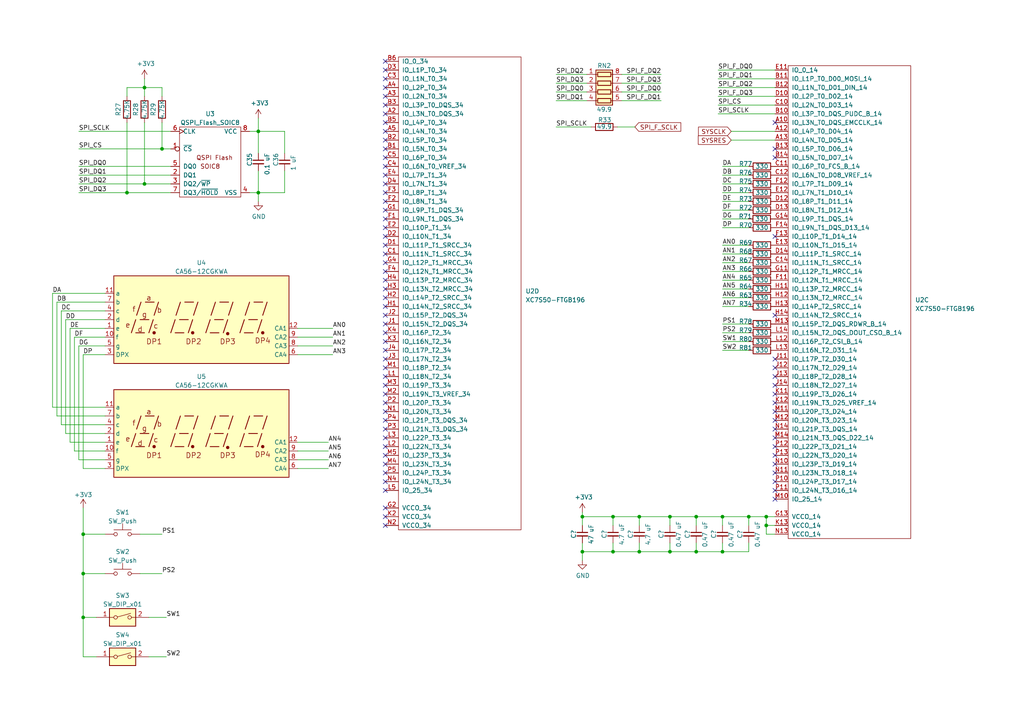
<source format=kicad_sch>
(kicad_sch (version 20230121) (generator eeschema)
  (paper "A4")
  (lib_symbols
    (symbol "Device:C_Small" (pin_numbers hide) (pin_names (offset 0.254) hide)
      (property "Reference" "C" (at 0.254 1.778 0))
      (property "Value" "C_Small" (at 0.254 -2.032 0))
      (symbol "C_Small_1_1"
        (pin passive line (at 0 2.54 270) (length 2.032) (name "~") (number "1"))
        (pin passive line (at 0 -2.54 90) (length 2.032) (name "~") (number "2"))
      )
    )
    (symbol "Device:R" (pin_numbers hide) (pin_names (offset 0))
      (property "Reference" "R" (at 2.032 0 90))
      (property "Value" "R" (at 0 0 90))
      (symbol "R_1_1"
        (pin passive line (at 0 3.81 270) (length 1.27) (name "~") (number "1"))
        (pin passive line (at 0 -3.81 90) (length 1.27) (name "~") (number "2"))
      )
    )
    (symbol "Device:R_Pack04" (pin_names (offset 0) hide)
      (property "Reference" "RN" (at -7.62 0 90))
      (property "Value" "R_Pack04" (at 5.08 0 90))
      (symbol "R_Pack04_1_1"
        (pin passive line (at -5.08 -5.08 90) (length 2.54) (name "R1.1") (number "1"))
        (pin passive line (at -2.54 -5.08 90) (length 2.54) (name "R2.1") (number "2"))
        (pin passive line (at 0 -5.08 90) (length 2.54) (name "R3.1") (number "3"))
        (pin passive line (at 2.54 -5.08 90) (length 2.54) (name "R4.1") (number "4"))
        (pin passive line (at 2.54 5.08 270) (length 2.54) (name "R4.2") (number "5"))
        (pin passive line (at 0 5.08 270) (length 2.54) (name "R3.2") (number "6"))
        (pin passive line (at -2.54 5.08 270) (length 2.54) (name "R2.2") (number "7"))
        (pin passive line (at -5.08 5.08 270) (length 2.54) (name "R1.2") (number "8"))
      )
    )
    (symbol "Display_Character:CA56-12CGKWA"
      (property "Reference" "U" (at -24.13 13.97 0))
      (property "Value" "CA56-12CGKWA" (at 17.78 13.97 0))
      (symbol "CA56-12CGKWA_0_0"
        (text "a" (at -15.24 6.35 0) (effects (font (size 1.524 1.524))))
        (text "b" (at -12.192 2.794 0) (effects (font (size 1.524 1.524))))
        (text "c" (at -13.208 -1.778 0) (effects (font (size 1.524 1.524))))
        (text "d" (at -17.78 -2.794 0) (effects (font (size 1.524 1.524))))
        (text "DP1" (at -13.716 -6.35 0) (effects (font (size 1.524 1.524))))
        (text "DP2" (at -2.286 -6.35 0) (effects (font (size 1.524 1.524))))
        (text "DP3" (at 7.62 -6.35 0) (effects (font (size 1.524 1.524))))
        (text "DP4" (at 17.78 -6.096 0) (effects (font (size 1.524 1.524))))
        (text "e" (at -21.336 -1.524 0) (effects (font (size 1.524 1.524))))
        (text "f" (at -19.558 3.048 0) (effects (font (size 1.524 1.524))))
        (text "g" (at -16.51 1.524 0) (effects (font (size 1.524 1.524))))
      )
      (symbol "CA56-12CGKWA_1_1"
        (pin input line (at -27.94 -2.54 0) (length 2.54) (name "e") (number "1"))
        (pin input line (at -27.94 -5.08 0) (length 2.54) (name "f") (number "10"))
        (pin input line (at -27.94 7.62 0) (length 2.54) (name "a") (number "11"))
        (pin input line (at 27.94 -2.54 180) (length 2.54) (name "CA1") (number "12"))
        (pin input line (at -27.94 0 0) (length 2.54) (name "d") (number "2"))
        (pin input line (at -27.94 -10.16 0) (length 2.54) (name "DPX") (number "3"))
        (pin input line (at -27.94 2.54 0) (length 2.54) (name "c") (number "4"))
        (pin input line (at -27.94 -7.62 0) (length 2.54) (name "g") (number "5"))
        (pin input line (at 27.94 -10.16 180) (length 2.54) (name "CA4") (number "6"))
        (pin input line (at -27.94 5.08 0) (length 2.54) (name "b") (number "7"))
        (pin input line (at 27.94 -7.62 180) (length 2.54) (name "CA3") (number "8"))
        (pin input line (at 27.94 -5.08 180) (length 2.54) (name "CA2") (number "9"))
      )
    )
    (symbol "Prof:QSPI_Flash_SOIC8" (pin_names (offset 1.016))
      (property "Reference" "U" (at 0 11.43 0))
      (property "Value" "QSPI_Flash_SOIC8" (at 0 -11.43 0))
      (symbol "QSPI_Flash_SOIC8_0_0"
        (text "QSPI Flash" (at 1.27 1.27 0) (effects (font (size 1.27 1.27))))
        (text "SOIC8" (at 0 -1.27 0) (effects (font (size 1.27 1.27))))
      )
      (symbol "QSPI_Flash_SOIC8_1_1"
        (pin input inverted (at -11.43 3.81 0) (length 2.54) (name "~{CS}") (number "1"))
        (pin bidirectional line (at -11.43 -3.81 0) (length 2.54) (name "DQ1") (number "2"))
        (pin bidirectional line (at -11.43 -6.35 0) (length 2.54) (name "DQ2/~{WP}") (number "3"))
        (pin power_in line (at 11.43 -8.89 180) (length 2.54) (name "VSS") (number "4"))
        (pin bidirectional line (at -11.43 -1.27 0) (length 2.54) (name "DQ0") (number "5"))
        (pin input clock (at -11.43 8.89 0) (length 2.54) (name "CLK") (number "6"))
        (pin bidirectional line (at -11.43 -8.89 0) (length 2.54) (name "DQ3/~{HOLD}") (number "7"))
        (pin power_in line (at 11.43 8.89 180) (length 2.54) (name "VCC") (number "8"))
      )
    )
    (symbol "Prof:XC7S50-FTGB196" (pin_names (offset 1.016))
      (property "Reference" "U" (at -1.27 69.85 0))
      (property "Value" "XC7S50-FTGB196" (at 0 -69.85 0))
      (symbol "XC7S50-FTGB196_1_1"
        (pin power_in line (at -11.43 30.48 0) (length 3.81) (name "GND") (number "A1"))
        (pin power_in line (at -11.43 22.86 0) (length 3.81) (name "GND") (number "A11"))
        (pin power_in line (at -11.43 20.32 0) (length 3.81) (name "GND") (number "A14"))
        (pin power_in line (at -11.43 27.94 0) (length 3.81) (name "GND") (number "A6"))
        (pin power_in line (at -11.43 25.4 0) (length 3.81) (name "GND") (number "A9"))
        (pin power_in line (at -11.43 17.78 0) (length 3.81) (name "GND") (number "B4"))
        (pin power_in line (at -11.43 15.24 0) (length 3.81) (name "GND") (number "B7"))
        (pin power_in line (at -11.43 12.7 0) (length 3.81) (name "GND") (number "B9"))
        (pin power_in line (at -11.43 -2.54 0) (length 3.81) (name "GND") (number "C13"))
        (pin power_in line (at -11.43 10.16 0) (length 3.81) (name "GND") (number "C2"))
        (pin power_in line (at -11.43 7.62 0) (length 3.81) (name "GND") (number "C6"))
        (pin power_in line (at -11.43 5.08 0) (length 3.81) (name "GND") (number "C7"))
        (pin power_in line (at -11.43 2.54 0) (length 3.81) (name "GND") (number "C8"))
        (pin power_in line (at -11.43 0 0) (length 3.81) (name "GND") (number "C9"))
        (pin power_in line (at -11.43 -12.7 0) (length 3.81) (name "GND") (number "D11"))
        (pin power_in line (at -11.43 -5.08 0) (length 3.81) (name "GND") (number "D5"))
        (pin power_in line (at -11.43 -7.62 0) (length 3.81) (name "GND") (number "D7"))
        (pin power_in line (at -11.43 -10.16 0) (length 3.81) (name "GND") (number "D9"))
        (pin power_in line (at -11.43 -15.24 0) (length 3.81) (name "GND") (number "E1"))
        (pin power_in line (at -11.43 -25.4 0) (length 3.81) (name "GND") (number "E10"))
        (pin power_in line (at -11.43 -27.94 0) (length 3.81) (name "GND") (number "E14"))
        (pin power_in line (at -11.43 -17.78 0) (length 3.81) (name "GND") (number "E3"))
        (pin power_in line (at -11.43 -20.32 0) (length 3.81) (name "GND") (number "E6"))
        (pin power_in line (at -11.43 -22.86 0) (length 3.81) (name "GND") (number "E8"))
        (pin power_in line (at 11.43 20.32 180) (length 3.81) (name "GND") (number "F5"))
        (pin power_in line (at 11.43 22.86 180) (length 3.81) (name "GND") (number "F9"))
        (pin power_in line (at 11.43 30.48 180) (length 3.81) (name "GND") (number "G10"))
        (pin power_in line (at -11.43 -30.48 0) (length 3.81) (name "GND") (number "G12"))
        (pin power_in line (at 11.43 25.4 180) (length 3.81) (name "GND") (number "G3"))
        (pin power_in line (at 11.43 27.94 180) (length 3.81) (name "GND") (number "G6"))
        (pin power_in line (at 11.43 0 180) (length 3.81) (name "GND") (number "H5"))
        (pin power_in line (at 11.43 2.54 180) (length 3.81) (name "GND") (number "H9"))
        (pin power_in line (at 11.43 7.62 180) (length 3.81) (name "GND") (number "J10"))
        (pin power_in line (at 11.43 5.08 180) (length 3.81) (name "GND") (number "J6"))
        (pin power_in line (at 11.43 10.16 180) (length 3.81) (name "GND") (number "K1"))
        (pin power_in line (at 11.43 -2.54 180) (length 3.81) (name "GND") (number "K14"))
        (pin power_in line (at 11.43 12.7 180) (length 3.81) (name "GND") (number "K5"))
        (pin power_in line (at 11.43 15.24 180) (length 3.81) (name "GND") (number "K7"))
        (pin power_in line (at 11.43 17.78 180) (length 3.81) (name "GND") (number "K9"))
        (pin power_in line (at 11.43 -12.7 180) (length 3.81) (name "GND") (number "L10"))
        (pin power_in line (at 11.43 -15.24 180) (length 3.81) (name "GND") (number "L11"))
        (pin power_in line (at 11.43 -5.08 180) (length 3.81) (name "GND") (number "L4"))
        (pin power_in line (at 11.43 -7.62 180) (length 3.81) (name "GND") (number "L6"))
        (pin power_in line (at 11.43 -10.16 180) (length 3.81) (name "GND") (number "L8"))
        (pin power_in line (at 11.43 -25.4 180) (length 3.81) (name "GND") (number "N12"))
        (pin power_in line (at 11.43 -17.78 180) (length 3.81) (name "GND") (number "N3"))
        (pin power_in line (at 11.43 -20.32 180) (length 3.81) (name "GND") (number "N5"))
        (pin power_in line (at 11.43 -22.86 180) (length 3.81) (name "GND") (number "N9"))
        (pin power_in line (at 11.43 -27.94 180) (length 3.81) (name "GND") (number "P1"))
        (pin power_in line (at 11.43 -30.48 180) (length 3.81) (name "GND") (number "P14"))
      )
      (symbol "XC7S50-FTGB196_2_1"
        (pin power_in line (at 13.97 11.43 180) (length 3.81) (name "VCCINT") (number "D6"))
        (pin power_in line (at 13.97 8.89 180) (length 3.81) (name "VCCINT") (number "D8"))
        (pin power_in line (at -15.24 -6.35 0) (length 3.81) (name "VCCBRAM") (number "E5"))
        (pin power_in line (at 13.97 6.35 180) (length 3.81) (name "VCCINT") (number "E7"))
        (pin power_in line (at 13.97 3.81 180) (length 3.81) (name "VCCINT") (number "E9"))
        (pin power_in line (at -15.24 11.43 0) (length 3.81) (name "VCCAUX") (number "F10"))
        (pin power_in line (at 13.97 1.27 180) (length 3.81) (name "VCCINT") (number "F6"))
        (pin power_in line (at -15.24 -8.89 0) (length 3.81) (name "VCCBRAM") (number "G5"))
        (pin power_in line (at 13.97 -1.27 180) (length 3.81) (name "VCCINT") (number "G9"))
        (pin power_in line (at -15.24 8.89 0) (length 3.81) (name "VCCAUX") (number "H10"))
        (pin power_in line (at 13.97 -3.81 180) (length 3.81) (name "VCCINT") (number "H6"))
        (pin power_in line (at -15.24 -11.43 0) (length 3.81) (name "VCCBRAM") (number "J5"))
        (pin power_in line (at 13.97 -6.35 180) (length 3.81) (name "VCCINT") (number "J9"))
        (pin power_in line (at -15.24 6.35 0) (length 3.81) (name "VCCAUX") (number "K10"))
        (pin power_in line (at 13.97 -8.89 180) (length 3.81) (name "VCCINT") (number "K6"))
        (pin power_in line (at 13.97 -11.43 180) (length 3.81) (name "VCCINT") (number "K8"))
        (pin power_in line (at -15.24 3.81 0) (length 3.81) (name "VCCAUX") (number "L9"))
      )
      (symbol "XC7S50-FTGB196_3_1"
        (pin bidirectional line (at -21.59 52.07 0) (length 3.81) (name "IO_L3N_T0_DQS_EMCCLK_14") (number "A10"))
        (pin bidirectional line (at -21.59 49.53 0) (length 3.81) (name "IO_L4P_T0_D04_14") (number "A12"))
        (pin bidirectional line (at -21.59 46.99 0) (length 3.81) (name "IO_L4N_T0_D05_14") (number "A13"))
        (pin bidirectional line (at -21.59 54.61 0) (length 3.81) (name "IO_L3P_T0_DQS_PUDC_B_14") (number "B10"))
        (pin bidirectional line (at -21.59 64.77 0) (length 3.81) (name "IO_L1P_T0_D00_MOSI_14") (number "B11"))
        (pin bidirectional line (at -21.59 62.23 0) (length 3.81) (name "IO_L1N_T0_D01_DIN_14") (number "B12"))
        (pin bidirectional line (at -21.59 44.45 0) (length 3.81) (name "IO_L5P_T0_D06_14") (number "B13"))
        (pin bidirectional line (at -21.59 41.91 0) (length 3.81) (name "IO_L5N_T0_D07_14") (number "B14"))
        (pin bidirectional line (at -21.59 57.15 0) (length 3.81) (name "IO_L2N_T0_D03_14") (number "C10"))
        (pin bidirectional line (at -21.59 39.37 0) (length 3.81) (name "IO_L6P_T0_FCS_B_14") (number "C11"))
        (pin bidirectional line (at -21.59 36.83 0) (length 3.81) (name "IO_L6N_T0_D08_VREF_14") (number "C12"))
        (pin bidirectional line (at -21.59 11.43 0) (length 3.81) (name "IO_L11N_T1_SRCC_14") (number "C14"))
        (pin bidirectional line (at -21.59 59.69 0) (length 3.81) (name "IO_L2P_T0_D02_14") (number "D10"))
        (pin bidirectional line (at -21.59 29.21 0) (length 3.81) (name "IO_L8P_T1_D11_14") (number "D12"))
        (pin bidirectional line (at -21.59 26.67 0) (length 3.81) (name "IO_L8N_T1_D12_14") (number "D13"))
        (pin bidirectional line (at -21.59 13.97 0) (length 3.81) (name "IO_L11P_T1_SRCC_14") (number "D14"))
        (pin bidirectional line (at -21.59 67.31 0) (length 3.81) (name "IO_0_14") (number "E11"))
        (pin bidirectional line (at -21.59 31.75 0) (length 3.81) (name "IO_L7N_T1_D10_14") (number "E12"))
        (pin bidirectional line (at -21.59 16.51 0) (length 3.81) (name "IO_L10N_T1_D15_14") (number "E13"))
        (pin bidirectional line (at -21.59 6.35 0) (length 3.81) (name "IO_L12N_T1_MRCC_14") (number "F11"))
        (pin bidirectional line (at -21.59 34.29 0) (length 3.81) (name "IO_L7P_T1_D09_14") (number "F12"))
        (pin bidirectional line (at -21.59 19.05 0) (length 3.81) (name "IO_L10P_T1_D14_14") (number "F13"))
        (pin bidirectional line (at -21.59 21.59 0) (length 3.81) (name "IO_L9N_T1_DQS_D13_14") (number "F14"))
        (pin bidirectional line (at -21.59 8.89 0) (length 3.81) (name "IO_L12P_T1_MRCC_14") (number "G11"))
        (pin power_in line (at -21.59 -62.23 0) (length 3.81) (name "VCCO_14") (number "G13"))
        (pin bidirectional line (at -21.59 24.13 0) (length 3.81) (name "IO_L9P_T1_DQS_14") (number "G14"))
        (pin bidirectional line (at -21.59 3.81 0) (length 3.81) (name "IO_L13P_T2_MRCC_14") (number "H11"))
        (pin bidirectional line (at -21.59 1.27 0) (length 3.81) (name "IO_L13N_T2_MRCC_14") (number "H12"))
        (pin bidirectional line (at -21.59 -1.27 0) (length 3.81) (name "IO_L14P_T2_SRCC_14") (number "H13"))
        (pin bidirectional line (at -21.59 -3.81 0) (length 3.81) (name "IO_L14N_T2_SRCC_14") (number "H14"))
        (pin bidirectional line (at -21.59 -16.51 0) (length 3.81) (name "IO_L17P_T2_D30_14") (number "J11"))
        (pin bidirectional line (at -21.59 -19.05 0) (length 3.81) (name "IO_L17N_T2_D29_14") (number "J12"))
        (pin bidirectional line (at -21.59 -21.59 0) (length 3.81) (name "IO_L18P_T2_D28_14") (number "J13"))
        (pin bidirectional line (at -21.59 -24.13 0) (length 3.81) (name "IO_L18N_T2_D27_14") (number "J14"))
        (pin bidirectional line (at -21.59 -26.67 0) (length 3.81) (name "IO_L19P_T3_D26_14") (number "K11"))
        (pin bidirectional line (at -21.59 -29.21 0) (length 3.81) (name "IO_L19N_T3_D25_VREF_14") (number "K12"))
        (pin power_in line (at -21.59 -64.77 0) (length 3.81) (name "VCCO_14") (number "K13"))
        (pin bidirectional line (at -21.59 -11.43 0) (length 3.81) (name "IO_L16P_T2_CSI_B_14") (number "L12"))
        (pin bidirectional line (at -21.59 -13.97 0) (length 3.81) (name "IO_L16N_T2_D31_14") (number "L13"))
        (pin bidirectional line (at -21.59 -8.89 0) (length 3.81) (name "IO_L15N_T2_DQS_DOUT_CSO_B_14") (number "L14"))
        (pin bidirectional line (at -21.59 -57.15 0) (length 3.81) (name "IO_25_14") (number "M10"))
        (pin bidirectional line (at -21.59 -31.75 0) (length 3.81) (name "IO_L20P_T3_D24_14") (number "M11"))
        (pin bidirectional line (at -21.59 -34.29 0) (length 3.81) (name "IO_L20N_T3_D23_14") (number "M12"))
        (pin bidirectional line (at -21.59 -6.35 0) (length 3.81) (name "IO_L15P_T2_DQS_RDWR_B_14") (number "M13"))
        (pin bidirectional line (at -21.59 -39.37 0) (length 3.81) (name "IO_L21N_T3_DQS_D22_14") (number "M14"))
        (pin bidirectional line (at -21.59 -46.99 0) (length 3.81) (name "IO_L23P_T3_D19_14") (number "N10"))
        (pin bidirectional line (at -21.59 -49.53 0) (length 3.81) (name "IO_L23N_T3_D18_14") (number "N11"))
        (pin power_in line (at -21.59 -67.31 0) (length 3.81) (name "VCCO_14") (number "N13"))
        (pin bidirectional line (at -21.59 -36.83 0) (length 3.81) (name "IO_L21P_T3_DQS_14") (number "N14"))
        (pin bidirectional line (at -21.59 -52.07 0) (length 3.81) (name "IO_L24P_T3_D17_14") (number "P10"))
        (pin bidirectional line (at -21.59 -54.61 0) (length 3.81) (name "IO_L24N_T3_D16_14") (number "P11"))
        (pin bidirectional line (at -21.59 -41.91 0) (length 3.81) (name "IO_L22P_T3_D21_14") (number "P12"))
        (pin bidirectional line (at -21.59 -44.45 0) (length 3.81) (name "IO_L22N_T3_D20_14") (number "P13"))
      )
      (symbol "XC7S50-FTGB196_4_1"
        (pin bidirectional line (at -21.59 52.07 0) (length 3.81) (name "IO_L3N_T0_DQS_34") (number "A2"))
        (pin bidirectional line (at -21.59 57.15 0) (length 3.81) (name "IO_L2N_T0_34") (number "A3"))
        (pin bidirectional line (at -21.59 59.69 0) (length 3.81) (name "IO_L2P_T0_34") (number "A4"))
        (pin bidirectional line (at -21.59 46.99 0) (length 3.81) (name "IO_L4N_T0_34") (number "A5"))
        (pin bidirectional line (at -21.59 41.91 0) (length 3.81) (name "IO_L5N_T0_34") (number "B1"))
        (pin bidirectional line (at -21.59 44.45 0) (length 3.81) (name "IO_L5P_T0_34") (number "B2"))
        (pin bidirectional line (at -21.59 54.61 0) (length 3.81) (name "IO_L3P_T0_DQS_34") (number "B3"))
        (pin bidirectional line (at -21.59 49.53 0) (length 3.81) (name "IO_L4P_T0_34") (number "B5"))
        (pin bidirectional line (at -21.59 67.31 0) (length 3.81) (name "IO_0_34") (number "B6"))
        (pin bidirectional line (at -21.59 11.43 0) (length 3.81) (name "IO_L11N_T1_SRCC_34") (number "C1"))
        (pin bidirectional line (at -21.59 62.23 0) (length 3.81) (name "IO_L1N_T0_34") (number "C3"))
        (pin bidirectional line (at -21.59 36.83 0) (length 3.81) (name "IO_L6N_T0_VREF_34") (number "C4"))
        (pin bidirectional line (at -21.59 39.37 0) (length 3.81) (name "IO_L6P_T0_34") (number "C5"))
        (pin bidirectional line (at -21.59 13.97 0) (length 3.81) (name "IO_L11P_T1_SRCC_34") (number "D1"))
        (pin bidirectional line (at -21.59 16.51 0) (length 3.81) (name "IO_L10N_T1_34") (number "D2"))
        (pin bidirectional line (at -21.59 64.77 0) (length 3.81) (name "IO_L1P_T0_34") (number "D3"))
        (pin bidirectional line (at -21.59 31.75 0) (length 3.81) (name "IO_L7N_T1_34") (number "D4"))
        (pin bidirectional line (at -21.59 19.05 0) (length 3.81) (name "IO_L10P_T1_34") (number "E2"))
        (pin bidirectional line (at -21.59 34.29 0) (length 3.81) (name "IO_L7P_T1_34") (number "E4"))
        (pin bidirectional line (at -21.59 21.59 0) (length 3.81) (name "IO_L9N_T1_DQS_34") (number "F1"))
        (pin bidirectional line (at -21.59 26.67 0) (length 3.81) (name "IO_L8N_T1_34") (number "F2"))
        (pin bidirectional line (at -21.59 29.21 0) (length 3.81) (name "IO_L8P_T1_34") (number "F3"))
        (pin bidirectional line (at -21.59 6.35 0) (length 3.81) (name "IO_L12N_T1_MRCC_34") (number "F4"))
        (pin bidirectional line (at -21.59 24.13 0) (length 3.81) (name "IO_L9P_T1_DQS_34") (number "G1"))
        (pin power_in line (at -21.59 -62.23 0) (length 3.81) (name "VCCO_34") (number "G2"))
        (pin bidirectional line (at -21.59 8.89 0) (length 3.81) (name "IO_L12P_T1_MRCC_34") (number "G4"))
        (pin bidirectional line (at -21.59 -3.81 0) (length 3.81) (name "IO_L14N_T2_SRCC_34") (number "H1"))
        (pin bidirectional line (at -21.59 -1.27 0) (length 3.81) (name "IO_L14P_T2_SRCC_34") (number "H2"))
        (pin bidirectional line (at -21.59 1.27 0) (length 3.81) (name "IO_L13N_T2_MRCC_34") (number "H3"))
        (pin bidirectional line (at -21.59 3.81 0) (length 3.81) (name "IO_L13P_T2_MRCC_34") (number "H4"))
        (pin bidirectional line (at -21.59 -8.89 0) (length 3.81) (name "IO_L15N_T2_DQS_34") (number "J1"))
        (pin bidirectional line (at -21.59 -6.35 0) (length 3.81) (name "IO_L15P_T2_DQS_34") (number "J2"))
        (pin bidirectional line (at -21.59 -19.05 0) (length 3.81) (name "IO_L17N_T2_34") (number "J3"))
        (pin bidirectional line (at -21.59 -16.51 0) (length 3.81) (name "IO_L17P_T2_34") (number "J4"))
        (pin power_in line (at -21.59 -64.77 0) (length 3.81) (name "VCCO_34") (number "K2"))
        (pin bidirectional line (at -21.59 -13.97 0) (length 3.81) (name "IO_L16N_T2_34") (number "K3"))
        (pin bidirectional line (at -21.59 -11.43 0) (length 3.81) (name "IO_L16P_T2_34") (number "K4"))
        (pin bidirectional line (at -21.59 -24.13 0) (length 3.81) (name "IO_L18N_T2_34") (number "L1"))
        (pin bidirectional line (at -21.59 -44.45 0) (length 3.81) (name "IO_L22N_T3_34") (number "L2"))
        (pin bidirectional line (at -21.59 -41.91 0) (length 3.81) (name "IO_L22P_T3_34") (number "L3"))
        (pin bidirectional line (at -21.59 -57.15 0) (length 3.81) (name "IO_25_34") (number "L5"))
        (pin bidirectional line (at -21.59 -21.59 0) (length 3.81) (name "IO_L18P_T2_34") (number "M1"))
        (pin bidirectional line (at -21.59 -29.21 0) (length 3.81) (name "IO_L19N_T3_VREF_34") (number "M2"))
        (pin bidirectional line (at -21.59 -26.67 0) (length 3.81) (name "IO_L19P_T3_34") (number "M3"))
        (pin bidirectional line (at -21.59 -49.53 0) (length 3.81) (name "IO_L23N_T3_34") (number "M4"))
        (pin bidirectional line (at -21.59 -46.99 0) (length 3.81) (name "IO_L23P_T3_34") (number "M5"))
        (pin bidirectional line (at -21.59 -34.29 0) (length 3.81) (name "IO_L20N_T3_34") (number "N1"))
        (pin power_in line (at -21.59 -67.31 0) (length 3.81) (name "VCCO_34") (number "N2"))
        (pin bidirectional line (at -21.59 -54.61 0) (length 3.81) (name "IO_L24N_T3_34") (number "N4"))
        (pin bidirectional line (at -21.59 -31.75 0) (length 3.81) (name "IO_L20P_T3_34") (number "P2"))
        (pin bidirectional line (at -21.59 -39.37 0) (length 3.81) (name "IO_L21N_T3_DQS_34") (number "P3"))
        (pin bidirectional line (at -21.59 -36.83 0) (length 3.81) (name "IO_L21P_T3_DQS_34") (number "P4"))
        (pin bidirectional line (at -21.59 -52.07 0) (length 3.81) (name "IO_L24P_T3_34") (number "P5"))
      )
      (symbol "XC7S50-FTGB196_5_1"
        (pin input clock (at -11.43 25.4 0) (length 3.81) (name "TCK_0") (number "A7"))
        (pin output clock (at -11.43 -17.78 0) (length 3.81) (name "CCLK_0") (number "A8"))
        (pin power_in line (at -11.43 33.02 0) (length 3.81) (name "VCCBATT_0") (number "B8"))
        (pin power_in line (at -11.43 38.1 0) (length 3.81) (name "GNDADC_0") (number "F7"))
        (pin power_in line (at -11.43 40.64 0) (length 3.81) (name "VCCADC_0") (number "F8"))
        (pin input line (at -11.43 12.7 0) (length 3.81) (name "VREFN_0") (number "G7"))
        (pin input line (at -11.43 7.62 0) (length 3.81) (name "VP_0") (number "G8"))
        (pin input line (at -11.43 5.08 0) (length 3.81) (name "VN_0") (number "H7"))
        (pin input line (at -11.43 15.24 0) (length 3.81) (name "VREFP_0") (number "H8"))
        (pin passive line (at -11.43 -2.54 0) (length 3.81) (name "DXN_0") (number "J7"))
        (pin passive line (at -11.43 0 0) (length 3.81) (name "DXP_0") (number "J8"))
        (pin bidirectional line (at -11.43 -33.02 0) (length 3.81) (name "PROGRAM_B_0") (number "L7"))
        (pin input line (at -11.43 27.94 0) (length 3.81) (name "TMS_0") (number "M6"))
        (pin input line (at -11.43 -7.62 0) (length 3.81) (name "M0_0") (number "M7"))
        (pin input line (at -11.43 -10.16 0) (length 3.81) (name "M1_0") (number "M8"))
        (pin input line (at -11.43 -12.7 0) (length 3.81) (name "M2_0") (number "M9"))
        (pin power_in line (at -11.43 -38.1 0) (length 3.81) (name "VCCO_0") (number "N6"))
        (pin passive line (at -11.43 -22.86 0) (length 3.81) (name "CFGBVS_0") (number "N7"))
        (pin power_in line (at -11.43 -40.64 0) (length 3.81) (name "VCCO_0") (number "N8"))
        (pin output line (at -11.43 20.32 0) (length 3.81) (name "TDO_0") (number "P6"))
        (pin input line (at -11.43 22.86 0) (length 3.81) (name "TDI_0") (number "P7"))
        (pin passive line (at -11.43 -30.48 0) (length 3.81) (name "INIT_B_0") (number "P8"))
        (pin passive line (at -11.43 -27.94 0) (length 3.81) (name "DONE_0") (number "P9"))
      )
    )
    (symbol "Switch:SW_DIP_x01" (pin_names (offset 0) hide)
      (property "Reference" "SW" (at 0 3.81 0))
      (property "Value" "SW_DIP_x01" (at 0 -3.81 0))
      (symbol "SW_DIP_x01_1_1"
        (pin passive line (at -7.62 0 0) (length 5.08) (name "~") (number "1"))
        (pin passive line (at 7.62 0 180) (length 5.08) (name "~") (number "2"))
      )
    )
    (symbol "Switch:SW_Push" (pin_numbers hide) (pin_names (offset 1.016) hide)
      (property "Reference" "SW" (at 1.27 2.54 0))
      (property "Value" "SW_Push" (at 0 -1.524 0))
      (symbol "SW_Push_0_1"
        (pin passive line (at -5.08 0 0) (length 2.54) (name "1") (number "1"))
        (pin passive line (at 5.08 0 180) (length 2.54) (name "2") (number "2"))
      )
    )
    (symbol "power:+3V3" (power) (pin_names (offset 0))
      (property "Value" "+3V3" (at 0 3.556 0))
      (symbol "+3V3_1_1"
        (pin power_in line (at 0 0 90) (length 0) hide (name "+3V3") (number "1"))
      )
    )
    (symbol "power:GND" (power) (pin_names (offset 0))
      (property "Value" "GND" (at 0 -3.81 0))
      (symbol "GND_1_1"
        (pin power_in line (at 0 0 270) (length 0) hide (name "GND") (number "1"))
      )
    )
  )
  (junction (at 201.93 160.02))
  (junction (at 185.42 149.86))
  (junction (at 168.91 149.86))
  (junction (at 177.8 160.02))
  (junction (at 185.42 160.02))
  (junction (at 36.83 55.88))
  (junction (at 222.25 149.86))
  (junction (at 222.25 152.4))
  (junction (at 168.91 160.02))
  (junction (at 209.55 149.86))
  (junction (at 46.99 43.18))
  (junction (at 41.91 53.34))
  (junction (at 74.93 38.1))
  (junction (at 24.13 166.37))
  (junction (at 194.31 149.86))
  (junction (at 209.55 160.02))
  (junction (at 24.13 154.94))
  (junction (at 194.31 160.02))
  (junction (at 177.8 149.86))
  (junction (at 217.17 149.86))
  (junction (at 201.93 149.86))
  (junction (at 24.13 179.07))
  (junction (at 41.91 25.4))
  (junction (at 74.93 55.88))
  (no_connect (at 111.76 101.6))
  (no_connect (at 224.79 116.84))
  (no_connect (at 111.76 152.4))
  (no_connect (at 111.76 91.44))
  (no_connect (at 111.76 88.9))
  (no_connect (at 111.76 81.28))
  (no_connect (at 111.76 17.78))
  (no_connect (at 111.76 20.32))
  (no_connect (at 111.76 45.72))
  (no_connect (at 224.79 134.62))
  (no_connect (at 111.76 106.68))
  (no_connect (at 224.79 139.7))
  (no_connect (at 111.76 116.84))
  (no_connect (at 111.76 111.76))
  (no_connect (at 111.76 48.26))
  (no_connect (at 111.76 53.34))
  (no_connect (at 111.76 33.02))
  (no_connect (at 224.79 137.16))
  (no_connect (at 111.76 142.24))
  (no_connect (at 111.76 55.88))
  (no_connect (at 111.76 96.52))
  (no_connect (at 111.76 139.7))
  (no_connect (at 111.76 66.04))
  (no_connect (at 111.76 71.12))
  (no_connect (at 111.76 63.5))
  (no_connect (at 111.76 121.92))
  (no_connect (at 111.76 50.8))
  (no_connect (at 111.76 35.56))
  (no_connect (at 111.76 58.42))
  (no_connect (at 224.79 91.44))
  (no_connect (at 111.76 149.86))
  (no_connect (at 111.76 127))
  (no_connect (at 111.76 27.94))
  (no_connect (at 224.79 119.38))
  (no_connect (at 111.76 124.46))
  (no_connect (at 111.76 109.22))
  (no_connect (at 224.79 68.58))
  (no_connect (at 224.79 124.46))
  (no_connect (at 224.79 104.14))
  (no_connect (at 111.76 38.1))
  (no_connect (at 111.76 134.62))
  (no_connect (at 111.76 78.74))
  (no_connect (at 224.79 129.54))
  (no_connect (at 111.76 76.2))
  (no_connect (at 224.79 144.78))
  (no_connect (at 224.79 114.3))
  (no_connect (at 111.76 40.64))
  (no_connect (at 224.79 45.72))
  (no_connect (at 111.76 93.98))
  (no_connect (at 111.76 83.82))
  (no_connect (at 224.79 132.08))
  (no_connect (at 111.76 43.18))
  (no_connect (at 111.76 104.14))
  (no_connect (at 111.76 99.06))
  (no_connect (at 224.79 106.68))
  (no_connect (at 224.79 127))
  (no_connect (at 111.76 68.58))
  (no_connect (at 111.76 132.08))
  (no_connect (at 111.76 30.48))
  (no_connect (at 111.76 73.66))
  (no_connect (at 224.79 109.22))
  (no_connect (at 224.79 121.92))
  (no_connect (at 224.79 111.76))
  (no_connect (at 111.76 22.86))
  (no_connect (at 111.76 60.96))
  (no_connect (at 111.76 86.36))
  (no_connect (at 111.76 114.3))
  (no_connect (at 224.79 142.24))
  (no_connect (at 111.76 129.54))
  (no_connect (at 224.79 43.18))
  (no_connect (at 111.76 25.4))
  (no_connect (at 224.79 35.56))
  (no_connect (at 111.76 119.38))
  (no_connect (at 111.76 137.16))
  (no_connect (at 111.76 147.32))
  (wire (pts (xy 180.34 21.59) (xy 191.77 21.59)))
  (wire (pts (xy 209.55 86.36) (xy 217.17 86.36)))
  (wire (pts (xy 209.55 76.2) (xy 217.17 76.2)))
  (wire (pts (xy 180.34 29.21) (xy 191.77 29.21)))
  (wire (pts (xy 30.48 100.33) (xy 22.86 100.33)))
  (wire (pts (xy 74.93 38.1) (xy 74.93 44.45)))
  (wire (pts (xy 19.05 125.73) (xy 30.48 125.73)))
  (wire (pts (xy 180.34 24.13) (xy 191.77 24.13)))
  (wire (pts (xy 209.55 93.98) (xy 217.17 93.98)))
  (wire (pts (xy 201.93 157.48) (xy 201.93 160.02)))
  (wire (pts (xy 72.39 38.1) (xy 74.93 38.1)))
  (wire (pts (xy 49.53 48.26) (xy 22.86 48.26)))
  (wire (pts (xy 82.55 49.53) (xy 82.55 55.88)))
  (wire (pts (xy 209.55 58.42) (xy 217.17 58.42)))
  (wire (pts (xy 22.86 55.88) (xy 36.83 55.88)))
  (wire (pts (xy 86.36 130.81) (xy 95.25 130.81)))
  (wire (pts (xy 24.13 135.89) (xy 30.48 135.89)))
  (wire (pts (xy 161.29 36.83) (xy 171.45 36.83)))
  (wire (pts (xy 177.8 149.86) (xy 177.8 152.4)))
  (wire (pts (xy 209.55 157.48) (xy 209.55 160.02)))
  (wire (pts (xy 161.29 29.21) (xy 170.18 29.21)))
  (wire (pts (xy 16.51 120.65) (xy 30.48 120.65)))
  (wire (pts (xy 209.55 96.52) (xy 217.17 96.52)))
  (wire (pts (xy 208.28 30.48) (xy 224.79 30.48)))
  (wire (pts (xy 208.28 33.02) (xy 224.79 33.02)))
  (wire (pts (xy 43.18 190.5) (xy 48.26 190.5)))
  (wire (pts (xy 82.55 55.88) (xy 74.93 55.88)))
  (wire (pts (xy 224.79 152.4) (xy 222.25 152.4)))
  (wire (pts (xy 43.18 179.07) (xy 48.26 179.07)))
  (wire (pts (xy 208.28 25.4) (xy 224.79 25.4)))
  (wire (pts (xy 177.8 149.86) (xy 168.91 149.86)))
  (wire (pts (xy 17.78 123.19) (xy 30.48 123.19)))
  (wire (pts (xy 179.07 36.83) (xy 184.15 36.83)))
  (wire (pts (xy 21.59 130.81) (xy 30.48 130.81)))
  (wire (pts (xy 209.55 66.04) (xy 217.17 66.04)))
  (wire (pts (xy 86.36 128.27) (xy 95.25 128.27)))
  (wire (pts (xy 24.13 102.87) (xy 24.13 135.89)))
  (wire (pts (xy 209.55 88.9) (xy 217.17 88.9)))
  (wire (pts (xy 24.13 154.94) (xy 24.13 166.37)))
  (wire (pts (xy 24.13 166.37) (xy 24.13 179.07)))
  (wire (pts (xy 208.28 27.94) (xy 224.79 27.94)))
  (wire (pts (xy 185.42 152.4) (xy 185.42 149.86)))
  (wire (pts (xy 222.25 152.4) (xy 222.25 149.86)))
  (wire (pts (xy 208.28 20.32) (xy 224.79 20.32)))
  (wire (pts (xy 86.36 135.89) (xy 95.25 135.89)))
  (wire (pts (xy 36.83 25.4) (xy 41.91 25.4)))
  (wire (pts (xy 22.86 43.18) (xy 46.99 43.18)))
  (wire (pts (xy 41.91 53.34) (xy 49.53 53.34)))
  (wire (pts (xy 15.24 85.09) (xy 15.24 118.11)))
  (wire (pts (xy 41.91 27.94) (xy 41.91 25.4)))
  (wire (pts (xy 168.91 148.59) (xy 168.91 149.86)))
  (wire (pts (xy 86.36 97.79) (xy 96.52 97.79)))
  (wire (pts (xy 209.55 71.12) (xy 217.17 71.12)))
  (wire (pts (xy 86.36 133.35) (xy 95.25 133.35)))
  (wire (pts (xy 222.25 149.86) (xy 217.17 149.86)))
  (wire (pts (xy 209.55 48.26) (xy 217.17 48.26)))
  (wire (pts (xy 19.05 92.71) (xy 19.05 125.73)))
  (wire (pts (xy 217.17 152.4) (xy 217.17 149.86)))
  (wire (pts (xy 30.48 154.94) (xy 24.13 154.94)))
  (wire (pts (xy 30.48 102.87) (xy 24.13 102.87)))
  (wire (pts (xy 41.91 25.4) (xy 41.91 22.86)))
  (wire (pts (xy 194.31 160.02) (xy 185.42 160.02)))
  (wire (pts (xy 86.36 95.25) (xy 96.52 95.25)))
  (wire (pts (xy 217.17 149.86) (xy 209.55 149.86)))
  (wire (pts (xy 209.55 99.06) (xy 217.17 99.06)))
  (wire (pts (xy 209.55 73.66) (xy 217.17 73.66)))
  (wire (pts (xy 180.34 26.67) (xy 191.77 26.67)))
  (wire (pts (xy 16.51 87.63) (xy 16.51 120.65)))
  (wire (pts (xy 30.48 97.79) (xy 21.59 97.79)))
  (wire (pts (xy 194.31 149.86) (xy 185.42 149.86)))
  (wire (pts (xy 209.55 152.4) (xy 209.55 149.86)))
  (wire (pts (xy 86.36 102.87) (xy 96.52 102.87)))
  (wire (pts (xy 201.93 149.86) (xy 194.31 149.86)))
  (wire (pts (xy 168.91 160.02) (xy 168.91 162.56)))
  (wire (pts (xy 24.13 166.37) (xy 30.48 166.37)))
  (wire (pts (xy 168.91 149.86) (xy 168.91 152.4)))
  (wire (pts (xy 20.32 95.25) (xy 20.32 128.27)))
  (wire (pts (xy 224.79 149.86) (xy 222.25 149.86)))
  (wire (pts (xy 209.55 81.28) (xy 217.17 81.28)))
  (wire (pts (xy 36.83 27.94) (xy 36.83 25.4)))
  (wire (pts (xy 209.55 55.88) (xy 217.17 55.88)))
  (wire (pts (xy 17.78 90.17) (xy 17.78 123.19)))
  (wire (pts (xy 49.53 50.8) (xy 22.86 50.8)))
  (wire (pts (xy 30.48 90.17) (xy 17.78 90.17)))
  (wire (pts (xy 161.29 26.67) (xy 170.18 26.67)))
  (wire (pts (xy 212.09 40.64) (xy 224.79 40.64)))
  (wire (pts (xy 185.42 157.48) (xy 185.42 160.02)))
  (wire (pts (xy 22.86 100.33) (xy 22.86 133.35)))
  (wire (pts (xy 222.25 154.94) (xy 222.25 152.4)))
  (wire (pts (xy 161.29 21.59) (xy 170.18 21.59)))
  (wire (pts (xy 30.48 87.63) (xy 16.51 87.63)))
  (wire (pts (xy 30.48 92.71) (xy 19.05 92.71)))
  (wire (pts (xy 74.93 49.53) (xy 74.93 55.88)))
  (wire (pts (xy 161.29 24.13) (xy 170.18 24.13)))
  (wire (pts (xy 24.13 179.07) (xy 27.94 179.07)))
  (wire (pts (xy 22.86 38.1) (xy 49.53 38.1)))
  (wire (pts (xy 209.55 63.5) (xy 217.111 63.5)))
  (wire (pts (xy 24.13 147.32) (xy 24.13 154.94)))
  (wire (pts (xy 168.91 157.48) (xy 168.91 160.02)))
  (wire (pts (xy 36.83 55.88) (xy 49.53 55.88)))
  (wire (pts (xy 49.53 43.18) (xy 46.99 43.18)))
  (wire (pts (xy 217.17 160.02) (xy 209.55 160.02)))
  (wire (pts (xy 185.42 160.02) (xy 177.8 160.02)))
  (wire (pts (xy 185.42 149.86) (xy 177.8 149.86)))
  (wire (pts (xy 177.8 160.02) (xy 177.8 157.48)))
  (wire (pts (xy 74.93 58.42) (xy 74.93 55.88)))
  (wire (pts (xy 194.31 160.02) (xy 194.31 157.48)))
  (wire (pts (xy 46.99 43.18) (xy 46.99 35.56)))
  (wire (pts (xy 209.55 83.82) (xy 217.17 83.82)))
  (wire (pts (xy 20.32 128.27) (xy 30.48 128.27)))
  (wire (pts (xy 217.17 157.48) (xy 217.17 160.02)))
  (wire (pts (xy 30.48 85.09) (xy 15.24 85.09)))
  (wire (pts (xy 224.731 63.5) (xy 224.79 63.5)))
  (wire (pts (xy 22.86 133.35) (xy 30.48 133.35)))
  (wire (pts (xy 201.93 160.02) (xy 194.31 160.02)))
  (wire (pts (xy 74.93 34.29) (xy 74.93 38.1)))
  (wire (pts (xy 201.93 152.4) (xy 201.93 149.86)))
  (wire (pts (xy 21.59 97.79) (xy 21.59 130.81)))
  (wire (pts (xy 82.55 44.45) (xy 82.55 38.1)))
  (wire (pts (xy 41.91 35.56) (xy 41.91 53.34)))
  (wire (pts (xy 177.8 160.02) (xy 168.91 160.02)))
  (wire (pts (xy 82.55 38.1) (xy 74.93 38.1)))
  (wire (pts (xy 24.13 190.5) (xy 27.94 190.5)))
  (wire (pts (xy 30.48 95.25) (xy 20.32 95.25)))
  (wire (pts (xy 209.55 160.02) (xy 201.93 160.02)))
  (wire (pts (xy 41.91 25.4) (xy 46.99 25.4)))
  (wire (pts (xy 22.86 53.34) (xy 41.91 53.34)))
  (wire (pts (xy 15.24 118.11) (xy 30.48 118.11)))
  (wire (pts (xy 46.99 25.4) (xy 46.99 27.94)))
  (wire (pts (xy 209.55 149.86) (xy 201.93 149.86)))
  (wire (pts (xy 209.55 101.6) (xy 217.17 101.6)))
  (wire (pts (xy 40.64 154.94) (xy 46.99 154.94)))
  (wire (pts (xy 212.09 38.1) (xy 224.79 38.1)))
  (wire (pts (xy 194.31 149.86) (xy 194.31 152.4)))
  (wire (pts (xy 86.36 100.33) (xy 96.52 100.33)))
  (wire (pts (xy 74.93 55.88) (xy 72.39 55.88)))
  (wire (pts (xy 209.55 50.8) (xy 217.17 50.8)))
  (wire (pts (xy 24.13 179.07) (xy 24.13 190.5)))
  (wire (pts (xy 208.28 22.86) (xy 224.79 22.86)))
  (wire (pts (xy 209.55 78.74) (xy 217.17 78.74)))
  (wire (pts (xy 224.79 154.94) (xy 222.25 154.94)))
  (wire (pts (xy 209.55 53.34) (xy 217.17 53.34)))
  (wire (pts (xy 40.64 166.37) (xy 46.99 166.37)))
  (wire (pts (xy 36.83 35.56) (xy 36.83 55.88)))
  (wire (pts (xy 209.55 60.96) (xy 217.17 60.96)))
  (label "PS1" (at 209.55 93.98 0))
  (label "SW1" (at 209.55 99.06 0))
  (label "AN6" (at 209.55 86.36 0))
  (label "SPI_F_DQ2" (at 208.28 25.4 0))
  (label "AN2" (at 96.52 100.33 0))
  (label "SPI_F_DQ0" (at 208.28 20.32 0))
  (label "SPI_DQ0" (at 161.29 26.67 0))
  (label "DP" (at 24.13 102.87 0))
  (label "DF" (at 209.55 60.96 0))
  (label "PS1" (at 46.99 154.94 0))
  (label "SPI_DQ1" (at 161.29 29.21 0))
  (label "SPI_F_DQ0" (at 191.77 26.67 180))
  (label "AN1" (at 209.55 73.66 0))
  (label "DA" (at 209.55 48.26 0))
  (label "DB" (at 209.55 50.8 0))
  (label "AN0" (at 209.55 71.12 0))
  (label "AN7" (at 209.55 88.9 0))
  (label "SPI_SCLK" (at 208.28 33.02 0))
  (label "DP" (at 209.55 66.04 0))
  (label "AN5" (at 209.55 83.82 0))
  (label "PS2" (at 209.55 96.52 0))
  (label "AN7" (at 95.25 135.89 0))
  (label "DD" (at 19.05 92.71 0))
  (label "SPI_DQ1" (at 22.86 50.8 0))
  (label "SPI_F_DQ1" (at 191.77 29.21 180))
  (label "AN2" (at 209.55 76.2 0))
  (label "AN6" (at 95.25 133.35 0))
  (label "DA" (at 15.24 85.09 0))
  (label "DG" (at 209.55 63.5 0))
  (label "AN0" (at 96.52 95.25 0))
  (label "SW2" (at 209.55 101.6 0))
  (label "SPI_DQ3" (at 22.86 55.88 0))
  (label "SPI_SCLK" (at 22.86 38.1 0))
  (label "AN5" (at 95.25 130.81 0))
  (label "DF" (at 21.59 97.79 0))
  (label "DB" (at 16.51 87.63 0))
  (label "SPI_CS" (at 22.86 43.18 0))
  (label "SPI_F_DQ3" (at 208.28 27.94 0))
  (label "AN4" (at 95.25 128.27 0))
  (label "SPI_F_DQ2" (at 191.77 21.59 180))
  (label "DG" (at 22.86 100.33 0))
  (label "DC" (at 209.55 53.34 0))
  (label "SPI_DQ2" (at 22.86 53.34 0))
  (label "AN3" (at 96.52 102.87 0))
  (label "SPI_SCLK" (at 161.29 36.83 0))
  (label "SW1" (at 48.26 179.07 0))
  (label "SW2" (at 48.26 190.5 0))
  (label "AN1" (at 96.52 97.79 0))
  (label "AN3" (at 209.55 78.74 0))
  (label "DC" (at 17.78 90.17 0))
  (label "DD" (at 209.55 55.88 0))
  (label "SPI_DQ3" (at 161.29 24.13 0))
  (label "PS2" (at 46.99 166.37 0))
  (label "SPI_CS" (at 208.28 30.48 0))
  (label "DE" (at 209.55 58.42 0))
  (label "SPI_F_DQ3" (at 191.77 24.13 180))
  (label "SPI_F_DQ1" (at 208.28 22.86 0))
  (label "SPI_DQ2" (at 161.29 21.59 0))
  (label "SPI_DQ0" (at 22.86 48.26 0))
  (label "AN4" (at 209.55 81.28 0))
  (label "DE" (at 20.32 95.25 0))
  (global_label "SYSCLK" (shape input) (at 212.09 38.1 180) (property "Intersheetrefs" "${INTERSHEET_REFS}" (effects hide)))
  (global_label "SPI_F_SCLK" (shape input) (at 184.15 36.83 0) (property "Intersheetrefs" "${INTERSHEET_REFS}" (effects hide)))
  (global_label "SYSRES" (shape input) (at 212.09 40.64 180) (property "Intersheetrefs" "${INTERSHEET_REFS}" (effects hide)))
  (symbol (lib_id "Device:C_Small") (at 82.55 46.99 0) (unit 1)
    (property "Reference" "C36" (at 80.01 48.26 90) (effects (justify left)))
    (property "Value" "1 uF" (at 85.09 49.53 90) (effects (justify left)))
    (property "Footprint" "Capacitor_SMD:C_0402_1005Metric" (effects hide))
  )
  (symbol (lib_id "Device:C_Small") (at 201.93 154.94 0) (unit 1)
    (property "Reference" "C?" (at 199.39 154.94 90))
    (property "Value" "0.47 uF" (at 204.47 154.94 90))
    (property "Footprint" "Capacitor_SMD:C_0402_1005Metric" (effects hide))
    (instances (project "FPGA_V2" (path "" (reference "C?") (unit 1)) (path "" (reference "C41") (unit 1))))
  )
  (symbol (lib_id "Device:R") (at 46.99 31.75 180) (unit 1)
    (property "Reference" "R29" (at 44.45 31.75 90))
    (property "Value" "4.75K" (at 46.99 31.75 90))
    (property "Footprint" "Resistor_SMD:R_0805_2012Metric_Pad1.20x1.40mm_HandSolder" (effects hide))
  )
  (symbol (lib_id "Device:R") (at 220.98 50.8 90) (unit 1)
    (property "Reference" "R76" (at 216.2535 50.0525 90))
    (property "Value" "330" (at 220.98 50.8 90))
    (property "Footprint" "Resistor_SMD:R_0805_2012Metric_Pad1.20x1.40mm_HandSolder" (effects hide))
  )
  (symbol (lib_id "Prof:QSPI_Flash_SOIC8") (at 60.96 46.99 0) (unit 1)
    (property "Reference" "U3" (at 60.96 33.02 0))
    (property "Value" "QSPI_Flash_SOIC8" (at 60.96 35.56 0))
    (property "Footprint" "Package_SO:SOIC-8_5.275x5.275mm_P1.27mm" (effects hide))
  )
  (symbol (lib_id "Device:R") (at 220.98 96.52 90) (unit 1)
    (property "Reference" "R79" (at 216.2535 95.7725 90))
    (property "Value" "330" (at 220.98 96.52 90))
    (property "Footprint" "Resistor_SMD:R_0805_2012Metric_Pad1.20x1.40mm_HandSolder" (effects hide))
  )
  (symbol (lib_id "Device:R") (at 220.98 60.96 90) (unit 1)
    (property "Reference" "R72" (at 216.2535 60.2125 90))
    (property "Value" "330" (at 220.98 60.96 90))
    (property "Footprint" "Resistor_SMD:R_0805_2012Metric_Pad1.20x1.40mm_HandSolder" (effects hide))
  )
  (symbol (lib_id "Device:R") (at 220.98 58.42 90) (unit 1)
    (property "Reference" "R73" (at 216.2535 57.6725 90))
    (property "Value" "330" (at 220.98 58.42 90))
    (property "Footprint" "Resistor_SMD:R_0805_2012Metric_Pad1.20x1.40mm_HandSolder" (effects hide))
  )
  (symbol (lib_id "Switch:SW_Push") (at 35.56 166.37 0) (unit 1)
    (property "Reference" "SW2" (at 35.56 160.02 0))
    (property "Value" "SW_Push" (at 35.56 162.56 0))
    (property "Footprint" "Button_Switch_SMD:SW_Push_SPST_NO_Alps_SKRK" (effects hide))
  )
  (symbol (lib_id "Device:R") (at 220.98 48.26 90) (unit 1)
    (property "Reference" "R77" (at 216.2535 47.5125 90))
    (property "Value" "330" (at 220.98 48.26 90))
    (property "Footprint" "Resistor_SMD:R_0805_2012Metric_Pad1.20x1.40mm_HandSolder" (effects hide))
  )
  (symbol (lib_id "Device:R") (at 220.98 73.66 90) (unit 1)
    (property "Reference" "R68" (at 216.2535 72.9125 90))
    (property "Value" "330" (at 220.98 73.66 90))
    (property "Footprint" "Resistor_SMD:R_0805_2012Metric_Pad1.20x1.40mm_HandSolder" (effects hide))
  )
  (symbol (lib_id "Device:C_Small") (at 217.17 154.94 0) (unit 1)
    (property "Reference" "C?" (at 214.63 154.94 90))
    (property "Value" "0.47 uF" (at 219.71 154.94 90))
    (property "Footprint" "Capacitor_SMD:C_0402_1005Metric" (effects hide))
    (instances (project "FPGA_V2" (path "" (reference "C?") (unit 1)) (path "" (reference "C43") (unit 1))))
  )
  (symbol (lib_id "Switch:SW_DIP_x01") (at 35.56 179.07 0) (unit 1)
    (property "Reference" "SW3" (at 35.56 172.72 0))
    (property "Value" "SW_DIP_x01" (at 35.56 175.26 0))
    (property "Footprint" "Button_Switch_SMD:SW_DIP_SPSTx01_Slide_6.7x4.1mm_W6.73mm_P2.54mm_LowProfile_JPin" (effects hide))
  )
  (symbol (lib_id "Device:R") (at 41.91 31.75 180) (unit 1)
    (property "Reference" "R28" (at 39.37 31.75 90))
    (property "Value" "4.75K" (at 41.91 31.75 90))
    (property "Footprint" "Resistor_SMD:R_0805_2012Metric_Pad1.20x1.40mm_HandSolder" (effects hide))
  )
  (symbol (lib_id "Device:R") (at 220.98 71.12 90) (unit 1)
    (property "Reference" "R69" (at 216.2535 70.3725 90))
    (property "Value" "330" (at 220.98 71.12 90))
    (property "Footprint" "Resistor_SMD:R_0805_2012Metric_Pad1.20x1.40mm_HandSolder" (effects hide))
  )
  (symbol (lib_id "Display_Character:CA56-12CGKWA") (at 58.42 92.71 0) (unit 1)
    (property "Reference" "U4" (at 58.42 76.2 0))
    (property "Value" "CA56-12CGKWA" (at 58.42 78.74 0))
    (property "Footprint" "Display_7Segment:CA56-12CGKWA" (effects hide))
    (property "Datasheet" "http://www.kingbright.com/attachments/file/psearch/000/00/00/CA56-12CGKWA(Ver.9A).pdf" (effects hide))
  )
  (symbol (lib_id "Switch:SW_Push") (at 35.56 154.94 0) (unit 1)
    (property "Reference" "SW1" (at 35.56 148.59 0))
    (property "Value" "SW_Push" (at 35.56 151.13 0))
    (property "Footprint" "Button_Switch_SMD:SW_Push_SPST_NO_Alps_SKRK" (effects hide))
  )
  (symbol (lib_id "Device:R") (at 220.98 83.82 90) (unit 1)
    (property "Reference" "R64" (at 216.2535 83.0725 90))
    (property "Value" "330" (at 220.98 83.82 90))
    (property "Footprint" "Resistor_SMD:R_0805_2012Metric_Pad1.20x1.40mm_HandSolder" (effects hide))
  )
  (symbol (lib_id "Device:R") (at 220.98 76.2 90) (unit 1)
    (property "Reference" "R67" (at 216.2535 75.4525 90))
    (property "Value" "330" (at 220.98 76.2 90))
    (property "Footprint" "Resistor_SMD:R_0805_2012Metric_Pad1.20x1.40mm_HandSolder" (effects hide))
  )
  (symbol (lib_id "power:+3V3") (at 168.91 148.59 0) (unit 1)
    (property "Reference" "#PWR061" (effects hide))
    (property "Value" "+3V3" (at 169.291 144.1958 0))
  )
  (symbol (lib_id "Device:R") (at 220.98 55.88 90) (unit 1)
    (property "Reference" "R74" (at 216.2535 55.1325 90))
    (property "Value" "330" (at 220.98 55.88 90))
    (property "Footprint" "Resistor_SMD:R_0805_2012Metric_Pad1.20x1.40mm_HandSolder" (effects hide))
  )
  (symbol (lib_id "Prof:XC7S50-FTGB196") (at 133.35 85.09 0) (unit 4)
    (property "Reference" "U2" (at 152.4 84.455 0) (effects (justify left)))
    (property "Value" "XC7S50-FTGB196" (at 152.4 86.995 0) (effects (justify left)))
    (property "Footprint" "Package_BGA:Xilinx_FTGB196" (effects hide))
  )
  (symbol (lib_id "Device:R") (at 220.98 78.74 90) (unit 1)
    (property "Reference" "R66" (at 216.2535 77.9925 90))
    (property "Value" "330" (at 220.98 78.74 90))
    (property "Footprint" "Resistor_SMD:R_0805_2012Metric_Pad1.20x1.40mm_HandSolder" (effects hide))
  )
  (symbol (lib_id "Device:C_Small") (at 74.93 46.99 0) (unit 1)
    (property "Reference" "C35" (at 72.39 48.26 90) (effects (justify left)))
    (property "Value" "0.1 uF" (at 77.47 50.8 90) (effects (justify left)))
    (property "Footprint" "Capacitor_SMD:C_0402_1005Metric" (effects hide))
  )
  (symbol (lib_id "Switch:SW_DIP_x01") (at 35.56 190.5 0) (unit 1)
    (property "Reference" "SW4" (at 35.56 184.15 0))
    (property "Value" "SW_DIP_x01" (at 35.56 186.69 0))
    (property "Footprint" "Button_Switch_SMD:SW_DIP_SPSTx01_Slide_6.7x4.1mm_W6.73mm_P2.54mm_LowProfile_JPin" (effects hide))
  )
  (symbol (lib_id "power:+3V3") (at 24.13 147.32 0) (unit 1)
    (property "Reference" "#PWR064" (effects hide))
    (property "Value" "+3V3" (at 24.13 143.51 0))
  )
  (symbol (lib_id "Device:R") (at 220.98 88.9 90) (unit 1)
    (property "Reference" "R34" (at 216.2535 88.1525 90))
    (property "Value" "330" (at 220.98 88.9 90))
    (property "Footprint" "Resistor_SMD:R_0805_2012Metric_Pad1.20x1.40mm_HandSolder" (effects hide))
  )
  (symbol (lib_id "Device:C_Small") (at 168.91 154.94 0) (unit 1)
    (property "Reference" "C?" (at 166.37 154.94 90))
    (property "Value" "47 uF" (at 171.45 154.94 90))
    (property "Footprint" "Capacitor_SMD:C_0402_1005Metric" (effects hide))
    (instances (project "FPGA_V2" (path "" (reference "C?") (unit 1)) (path "" (reference "C44") (unit 1))))
  )
  (symbol (lib_id "Device:R") (at 175.26 36.83 90) (unit 1)
    (property "Reference" "R33" (at 175.3889 34.7884 90))
    (property "Value" "49.9" (at 175.2752 36.7207 90))
    (property "Footprint" "Resistor_SMD:R_0805_2012Metric_Pad1.20x1.40mm_HandSolder" (effects hide))
  )
  (symbol (lib_id "Device:R") (at 220.98 86.36 90) (unit 1)
    (property "Reference" "R63" (at 216.2535 85.6125 90))
    (property "Value" "330" (at 220.98 86.36 90))
    (property "Footprint" "Resistor_SMD:R_0805_2012Metric_Pad1.20x1.40mm_HandSolder" (effects hide))
  )
  (symbol (lib_id "Device:R") (at 220.98 53.34 90) (unit 1)
    (property "Reference" "R75" (at 216.2535 52.5925 90))
    (property "Value" "330" (at 220.98 53.34 90))
    (property "Footprint" "Resistor_SMD:R_0805_2012Metric_Pad1.20x1.40mm_HandSolder" (effects hide))
  )
  (symbol (lib_id "Device:R") (at 220.98 93.98 90) (unit 1)
    (property "Reference" "R78" (at 216.2535 93.2325 90))
    (property "Value" "330" (at 220.98 93.98 90))
    (property "Footprint" "Resistor_SMD:R_0805_2012Metric_Pad1.20x1.40mm_HandSolder" (effects hide))
  )
  (symbol (lib_id "Device:C_Small") (at 177.8 154.94 0) (unit 1)
    (property "Reference" "C?" (at 175.26 154.94 90))
    (property "Value" "4.7 uF" (at 180.34 154.94 90))
    (property "Footprint" "Capacitor_SMD:C_0402_1005Metric" (effects hide))
    (instances (project "FPGA_V2" (path "" (reference "C?") (unit 1)) (path "" (reference "C38") (unit 1))))
  )
  (symbol (lib_id "Device:R") (at 220.98 66.04 90) (unit 1)
    (property "Reference" "R70" (at 216.2535 65.2925 90))
    (property "Value" "330" (at 220.98 66.04 90))
    (property "Footprint" "Resistor_SMD:R_0805_2012Metric_Pad1.20x1.40mm_HandSolder" (effects hide))
  )
  (symbol (lib_id "Device:R") (at 220.921 63.5 90) (unit 1)
    (property "Reference" "R71" (at 216.1945 62.7525 90))
    (property "Value" "330" (at 220.921 63.5 90))
    (property "Footprint" "Resistor_SMD:R_0805_2012Metric_Pad1.20x1.40mm_HandSolder" (effects hide))
  )
  (symbol (lib_id "Device:R") (at 220.98 101.6 90) (unit 1)
    (property "Reference" "R81" (at 216.2535 100.8525 90))
    (property "Value" "330" (at 220.98 101.6 90))
    (property "Footprint" "Resistor_SMD:R_0805_2012Metric_Pad1.20x1.40mm_HandSolder" (effects hide))
  )
  (symbol (lib_id "power:GND") (at 168.91 162.56 0) (unit 1)
    (property "Reference" "#PWR?" (effects hide))
    (property "Value" "GND" (at 169.037 166.9542 0))
    (instances (project "FPGA_V2" (path "" (reference "#PWR?") (unit 1)) (path "" (reference "#PWR062") (unit 1))))
  )
  (symbol (lib_id "Device:R") (at 36.83 31.75 180) (unit 1)
    (property "Reference" "R27" (at 34.29 31.75 90))
    (property "Value" "4.75K" (at 36.83 31.75 90))
    (property "Footprint" "Resistor_SMD:R_0805_2012Metric_Pad1.20x1.40mm_HandSolder" (effects hide))
  )
  (symbol (lib_id "Device:R_Pack04") (at 175.26 26.67 270) (unit 1)
    (property "Reference" "RN2" (at 175.26 19.05 90))
    (property "Value" "49.9" (at 175.26 31.75 90))
    (property "Footprint" "Resistor_SMD:R_Array_Convex_4x1206" (effects hide))
  )
  (symbol (lib_id "Device:C_Small") (at 209.55 154.94 0) (unit 1)
    (property "Reference" "C?" (at 207.01 154.94 90))
    (property "Value" "0.47 uF" (at 212.09 154.94 90))
    (property "Footprint" "Capacitor_SMD:C_0402_1005Metric" (effects hide))
    (instances (project "FPGA_V2" (path "" (reference "C?") (unit 1)) (path "" (reference "C42") (unit 1))))
  )
  (symbol (lib_id "Device:R") (at 220.98 99.06 90) (unit 1)
    (property "Reference" "R80" (at 216.2535 98.3125 90))
    (property "Value" "330" (at 220.98 99.06 90))
    (property "Footprint" "Resistor_SMD:R_0805_2012Metric_Pad1.20x1.40mm_HandSolder" (effects hide))
  )
  (symbol (lib_id "power:GND") (at 74.93 58.42 0) (unit 1)
    (property "Reference" "#PWR?" (effects hide))
    (property "Value" "GND" (at 75.057 62.8142 0))
    (instances (project "FPGA_V2" (path "" (reference "#PWR?") (unit 1)) (path "" (reference "#PWR056") (unit 1))))
  )
  (symbol (lib_id "Device:R") (at 220.98 81.28 90) (unit 1)
    (property "Reference" "R65" (at 216.2535 80.5325 90))
    (property "Value" "330" (at 220.98 81.28 90))
    (property "Footprint" "Resistor_SMD:R_0805_2012Metric_Pad1.20x1.40mm_HandSolder" (effects hide))
  )
  (symbol (lib_id "Device:C_Small") (at 185.42 154.94 0) (unit 1)
    (property "Reference" "C?" (at 182.88 154.94 90))
    (property "Value" "4.7 uF" (at 187.96 154.94 90))
    (property "Footprint" "Capacitor_SMD:C_0402_1005Metric" (effects hide))
    (instances (project "FPGA_V2" (path "" (reference "C?") (unit 1)) (path "" (reference "C39") (unit 1))))
  )
  (symbol (lib_id "power:+3V3") (at 74.93 34.29 0) (unit 1)
    (property "Reference" "#PWR055" (effects hide))
    (property "Value" "+3V3" (at 75.311 29.8958 0))
  )
  (symbol (lib_id "Device:C_Small") (at 194.31 154.94 0) (unit 1)
    (property "Reference" "C?" (at 191.77 154.94 90))
    (property "Value" "0.47 uF" (at 196.85 154.94 90))
    (property "Footprint" "Capacitor_SMD:C_0402_1005Metric" (effects hide))
    (instances (project "FPGA_V2" (path "" (reference "C?") (unit 1)) (path "" (reference "C40") (unit 1))))
  )
  (symbol (lib_id "Display_Character:CA56-12CGKWA") (at 58.42 125.73 0) (unit 1)
    (property "Reference" "U5" (at 58.42 109.22 0))
    (property "Value" "CA56-12CGKWA" (at 58.42 111.76 0))
    (property "Footprint" "Display_7Segment:CA56-12CGKWA" (effects hide))
    (property "Datasheet" "http://www.kingbright.com/attachments/file/psearch/000/00/00/CA56-12CGKWA(Ver.9A).pdf" (effects hide))
  )
  (symbol (lib_id "power:+3V3") (at 41.91 22.86 0) (unit 1)
    (property "Reference" "#PWR049" (effects hide))
    (property "Value" "+3V3" (at 42.291 18.4658 0))
  )
  (symbol (lib_id "Prof:XC7S50-FTGB196") (at 246.38 87.63 0) (unit 3)
    (property "Reference" "U2" (at 265.43 86.995 0) (effects (justify left)))
    (property "Value" "XC7S50-FTGB196" (at 265.43 89.535 0) (effects (justify left)))
    (property "Footprint" "Package_BGA:Xilinx_FTGB196" (effects hide))
  )
)
</source>
